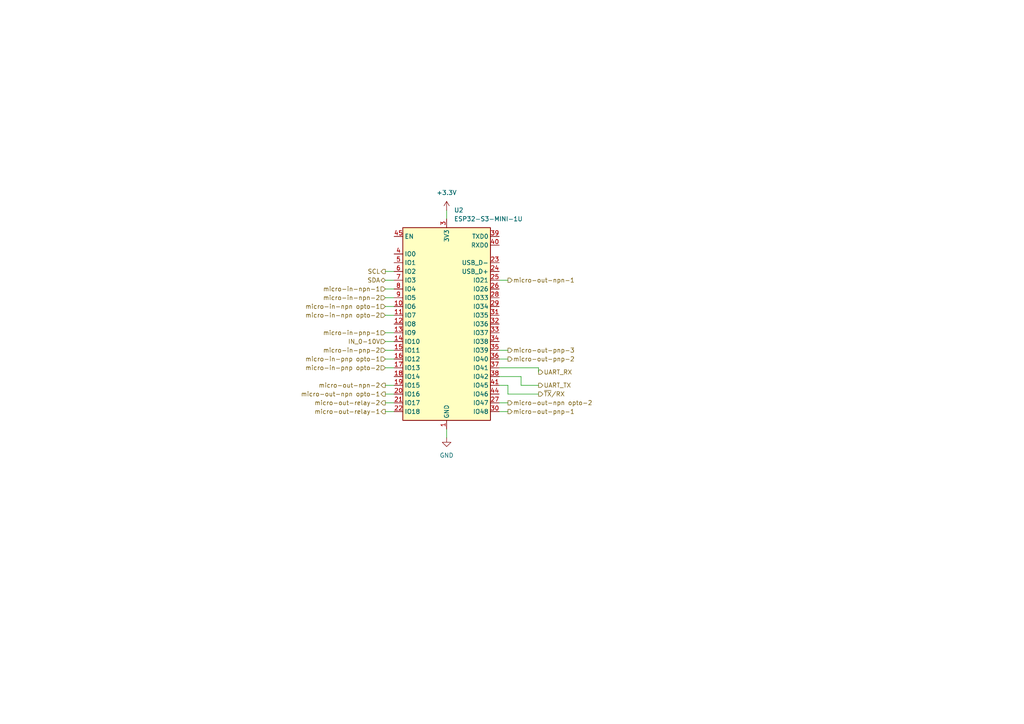
<source format=kicad_sch>
(kicad_sch
	(version 20250114)
	(generator "eeschema")
	(generator_version "9.0")
	(uuid "53eea8a8-a8f2-4e24-90b1-081730e2f4ef")
	(paper "A4")
	(lib_symbols
		(symbol "RF_Module:ESP32-S3-MINI-1U"
			(exclude_from_sim no)
			(in_bom yes)
			(on_board yes)
			(property "Reference" "U"
				(at -11.43 29.21 0)
				(effects
					(font
						(size 1.27 1.27)
					)
				)
			)
			(property "Value" "ESP32-S3-MINI-1U"
				(at 12.7 29.21 0)
				(effects
					(font
						(size 1.27 1.27)
					)
				)
			)
			(property "Footprint" "RF_Module:ESP32-S2-MINI-1U"
				(at 16.51 -29.21 0)
				(effects
					(font
						(size 1.27 1.27)
					)
					(hide yes)
				)
			)
			(property "Datasheet" "https://www.espressif.com/sites/default/files/documentation/esp32-s3-mini-1_mini-1u_datasheet_en.pdf"
				(at 0 40.64 0)
				(effects
					(font
						(size 1.27 1.27)
					)
					(hide yes)
				)
			)
			(property "Description" "RF Module, ESP32-S3 SoC, Wi-Fi 802.11b/g/n, Bluetooth, BLE, 32-bit, 3.3V, SMD, external antenna"
				(at 0 43.18 0)
				(effects
					(font
						(size 1.27 1.27)
					)
					(hide yes)
				)
			)
			(property "ki_keywords" "RF Radio BT ESP ESP32-S3 Espressif"
				(at 0 0 0)
				(effects
					(font
						(size 1.27 1.27)
					)
					(hide yes)
				)
			)
			(property "ki_fp_filters" "ESP32?S*MINI?1U"
				(at 0 0 0)
				(effects
					(font
						(size 1.27 1.27)
					)
					(hide yes)
				)
			)
			(symbol "ESP32-S3-MINI-1U_0_1"
				(rectangle
					(start -12.7 27.94)
					(end 12.7 -27.94)
					(stroke
						(width 0.254)
						(type default)
					)
					(fill
						(type background)
					)
				)
			)
			(symbol "ESP32-S3-MINI-1U_1_1"
				(pin input line
					(at -15.24 25.4 0)
					(length 2.54)
					(name "EN"
						(effects
							(font
								(size 1.27 1.27)
							)
						)
					)
					(number "45"
						(effects
							(font
								(size 1.27 1.27)
							)
						)
					)
				)
				(pin bidirectional line
					(at -15.24 20.32 0)
					(length 2.54)
					(name "IO0"
						(effects
							(font
								(size 1.27 1.27)
							)
						)
					)
					(number "4"
						(effects
							(font
								(size 1.27 1.27)
							)
						)
					)
				)
				(pin bidirectional line
					(at -15.24 17.78 0)
					(length 2.54)
					(name "IO1"
						(effects
							(font
								(size 1.27 1.27)
							)
						)
					)
					(number "5"
						(effects
							(font
								(size 1.27 1.27)
							)
						)
					)
				)
				(pin bidirectional line
					(at -15.24 15.24 0)
					(length 2.54)
					(name "IO2"
						(effects
							(font
								(size 1.27 1.27)
							)
						)
					)
					(number "6"
						(effects
							(font
								(size 1.27 1.27)
							)
						)
					)
				)
				(pin bidirectional line
					(at -15.24 12.7 0)
					(length 2.54)
					(name "IO3"
						(effects
							(font
								(size 1.27 1.27)
							)
						)
					)
					(number "7"
						(effects
							(font
								(size 1.27 1.27)
							)
						)
					)
				)
				(pin bidirectional line
					(at -15.24 10.16 0)
					(length 2.54)
					(name "IO4"
						(effects
							(font
								(size 1.27 1.27)
							)
						)
					)
					(number "8"
						(effects
							(font
								(size 1.27 1.27)
							)
						)
					)
				)
				(pin bidirectional line
					(at -15.24 7.62 0)
					(length 2.54)
					(name "IO5"
						(effects
							(font
								(size 1.27 1.27)
							)
						)
					)
					(number "9"
						(effects
							(font
								(size 1.27 1.27)
							)
						)
					)
				)
				(pin bidirectional line
					(at -15.24 5.08 0)
					(length 2.54)
					(name "IO6"
						(effects
							(font
								(size 1.27 1.27)
							)
						)
					)
					(number "10"
						(effects
							(font
								(size 1.27 1.27)
							)
						)
					)
				)
				(pin bidirectional line
					(at -15.24 2.54 0)
					(length 2.54)
					(name "IO7"
						(effects
							(font
								(size 1.27 1.27)
							)
						)
					)
					(number "11"
						(effects
							(font
								(size 1.27 1.27)
							)
						)
					)
				)
				(pin bidirectional line
					(at -15.24 0 0)
					(length 2.54)
					(name "IO8"
						(effects
							(font
								(size 1.27 1.27)
							)
						)
					)
					(number "12"
						(effects
							(font
								(size 1.27 1.27)
							)
						)
					)
				)
				(pin bidirectional line
					(at -15.24 -2.54 0)
					(length 2.54)
					(name "IO9"
						(effects
							(font
								(size 1.27 1.27)
							)
						)
					)
					(number "13"
						(effects
							(font
								(size 1.27 1.27)
							)
						)
					)
				)
				(pin bidirectional line
					(at -15.24 -5.08 0)
					(length 2.54)
					(name "IO10"
						(effects
							(font
								(size 1.27 1.27)
							)
						)
					)
					(number "14"
						(effects
							(font
								(size 1.27 1.27)
							)
						)
					)
				)
				(pin bidirectional line
					(at -15.24 -7.62 0)
					(length 2.54)
					(name "IO11"
						(effects
							(font
								(size 1.27 1.27)
							)
						)
					)
					(number "15"
						(effects
							(font
								(size 1.27 1.27)
							)
						)
					)
				)
				(pin bidirectional line
					(at -15.24 -10.16 0)
					(length 2.54)
					(name "IO12"
						(effects
							(font
								(size 1.27 1.27)
							)
						)
					)
					(number "16"
						(effects
							(font
								(size 1.27 1.27)
							)
						)
					)
				)
				(pin bidirectional line
					(at -15.24 -12.7 0)
					(length 2.54)
					(name "IO13"
						(effects
							(font
								(size 1.27 1.27)
							)
						)
					)
					(number "17"
						(effects
							(font
								(size 1.27 1.27)
							)
						)
					)
				)
				(pin bidirectional line
					(at -15.24 -15.24 0)
					(length 2.54)
					(name "IO14"
						(effects
							(font
								(size 1.27 1.27)
							)
						)
					)
					(number "18"
						(effects
							(font
								(size 1.27 1.27)
							)
						)
					)
				)
				(pin bidirectional line
					(at -15.24 -17.78 0)
					(length 2.54)
					(name "IO15"
						(effects
							(font
								(size 1.27 1.27)
							)
						)
					)
					(number "19"
						(effects
							(font
								(size 1.27 1.27)
							)
						)
					)
				)
				(pin bidirectional line
					(at -15.24 -20.32 0)
					(length 2.54)
					(name "IO16"
						(effects
							(font
								(size 1.27 1.27)
							)
						)
					)
					(number "20"
						(effects
							(font
								(size 1.27 1.27)
							)
						)
					)
				)
				(pin bidirectional line
					(at -15.24 -22.86 0)
					(length 2.54)
					(name "IO17"
						(effects
							(font
								(size 1.27 1.27)
							)
						)
					)
					(number "21"
						(effects
							(font
								(size 1.27 1.27)
							)
						)
					)
				)
				(pin bidirectional line
					(at -15.24 -25.4 0)
					(length 2.54)
					(name "IO18"
						(effects
							(font
								(size 1.27 1.27)
							)
						)
					)
					(number "22"
						(effects
							(font
								(size 1.27 1.27)
							)
						)
					)
				)
				(pin power_in line
					(at 0 30.48 270)
					(length 2.54)
					(name "3V3"
						(effects
							(font
								(size 1.27 1.27)
							)
						)
					)
					(number "3"
						(effects
							(font
								(size 1.27 1.27)
							)
						)
					)
				)
				(pin power_in line
					(at 0 -30.48 90)
					(length 2.54)
					(name "GND"
						(effects
							(font
								(size 1.27 1.27)
							)
						)
					)
					(number "1"
						(effects
							(font
								(size 1.27 1.27)
							)
						)
					)
				)
				(pin passive line
					(at 0 -30.48 90)
					(length 2.54)
					(hide yes)
					(name "GND"
						(effects
							(font
								(size 1.27 1.27)
							)
						)
					)
					(number "2"
						(effects
							(font
								(size 1.27 1.27)
							)
						)
					)
				)
				(pin passive line
					(at 0 -30.48 90)
					(length 2.54)
					(hide yes)
					(name "GND"
						(effects
							(font
								(size 1.27 1.27)
							)
						)
					)
					(number "42"
						(effects
							(font
								(size 1.27 1.27)
							)
						)
					)
				)
				(pin passive line
					(at 0 -30.48 90)
					(length 2.54)
					(hide yes)
					(name "GND"
						(effects
							(font
								(size 1.27 1.27)
							)
						)
					)
					(number "43"
						(effects
							(font
								(size 1.27 1.27)
							)
						)
					)
				)
				(pin passive line
					(at 0 -30.48 90)
					(length 2.54)
					(hide yes)
					(name "GND"
						(effects
							(font
								(size 1.27 1.27)
							)
						)
					)
					(number "46"
						(effects
							(font
								(size 1.27 1.27)
							)
						)
					)
				)
				(pin passive line
					(at 0 -30.48 90)
					(length 2.54)
					(hide yes)
					(name "GND"
						(effects
							(font
								(size 1.27 1.27)
							)
						)
					)
					(number "47"
						(effects
							(font
								(size 1.27 1.27)
							)
						)
					)
				)
				(pin passive line
					(at 0 -30.48 90)
					(length 2.54)
					(hide yes)
					(name "GND"
						(effects
							(font
								(size 1.27 1.27)
							)
						)
					)
					(number "48"
						(effects
							(font
								(size 1.27 1.27)
							)
						)
					)
				)
				(pin passive line
					(at 0 -30.48 90)
					(length 2.54)
					(hide yes)
					(name "GND"
						(effects
							(font
								(size 1.27 1.27)
							)
						)
					)
					(number "49"
						(effects
							(font
								(size 1.27 1.27)
							)
						)
					)
				)
				(pin passive line
					(at 0 -30.48 90)
					(length 2.54)
					(hide yes)
					(name "GND"
						(effects
							(font
								(size 1.27 1.27)
							)
						)
					)
					(number "50"
						(effects
							(font
								(size 1.27 1.27)
							)
						)
					)
				)
				(pin passive line
					(at 0 -30.48 90)
					(length 2.54)
					(hide yes)
					(name "GND"
						(effects
							(font
								(size 1.27 1.27)
							)
						)
					)
					(number "51"
						(effects
							(font
								(size 1.27 1.27)
							)
						)
					)
				)
				(pin passive line
					(at 0 -30.48 90)
					(length 2.54)
					(hide yes)
					(name "GND"
						(effects
							(font
								(size 1.27 1.27)
							)
						)
					)
					(number "52"
						(effects
							(font
								(size 1.27 1.27)
							)
						)
					)
				)
				(pin passive line
					(at 0 -30.48 90)
					(length 2.54)
					(hide yes)
					(name "GND"
						(effects
							(font
								(size 1.27 1.27)
							)
						)
					)
					(number "53"
						(effects
							(font
								(size 1.27 1.27)
							)
						)
					)
				)
				(pin passive line
					(at 0 -30.48 90)
					(length 2.54)
					(hide yes)
					(name "GND"
						(effects
							(font
								(size 1.27 1.27)
							)
						)
					)
					(number "54"
						(effects
							(font
								(size 1.27 1.27)
							)
						)
					)
				)
				(pin passive line
					(at 0 -30.48 90)
					(length 2.54)
					(hide yes)
					(name "GND"
						(effects
							(font
								(size 1.27 1.27)
							)
						)
					)
					(number "55"
						(effects
							(font
								(size 1.27 1.27)
							)
						)
					)
				)
				(pin passive line
					(at 0 -30.48 90)
					(length 2.54)
					(hide yes)
					(name "GND"
						(effects
							(font
								(size 1.27 1.27)
							)
						)
					)
					(number "56"
						(effects
							(font
								(size 1.27 1.27)
							)
						)
					)
				)
				(pin passive line
					(at 0 -30.48 90)
					(length 2.54)
					(hide yes)
					(name "GND"
						(effects
							(font
								(size 1.27 1.27)
							)
						)
					)
					(number "57"
						(effects
							(font
								(size 1.27 1.27)
							)
						)
					)
				)
				(pin passive line
					(at 0 -30.48 90)
					(length 2.54)
					(hide yes)
					(name "GND"
						(effects
							(font
								(size 1.27 1.27)
							)
						)
					)
					(number "58"
						(effects
							(font
								(size 1.27 1.27)
							)
						)
					)
				)
				(pin passive line
					(at 0 -30.48 90)
					(length 2.54)
					(hide yes)
					(name "GND"
						(effects
							(font
								(size 1.27 1.27)
							)
						)
					)
					(number "59"
						(effects
							(font
								(size 1.27 1.27)
							)
						)
					)
				)
				(pin passive line
					(at 0 -30.48 90)
					(length 2.54)
					(hide yes)
					(name "GND"
						(effects
							(font
								(size 1.27 1.27)
							)
						)
					)
					(number "60"
						(effects
							(font
								(size 1.27 1.27)
							)
						)
					)
				)
				(pin passive line
					(at 0 -30.48 90)
					(length 2.54)
					(hide yes)
					(name "GND"
						(effects
							(font
								(size 1.27 1.27)
							)
						)
					)
					(number "61"
						(effects
							(font
								(size 1.27 1.27)
							)
						)
					)
				)
				(pin passive line
					(at 0 -30.48 90)
					(length 2.54)
					(hide yes)
					(name "GND"
						(effects
							(font
								(size 1.27 1.27)
							)
						)
					)
					(number "62"
						(effects
							(font
								(size 1.27 1.27)
							)
						)
					)
				)
				(pin passive line
					(at 0 -30.48 90)
					(length 2.54)
					(hide yes)
					(name "GND"
						(effects
							(font
								(size 1.27 1.27)
							)
						)
					)
					(number "63"
						(effects
							(font
								(size 1.27 1.27)
							)
						)
					)
				)
				(pin passive line
					(at 0 -30.48 90)
					(length 2.54)
					(hide yes)
					(name "GND"
						(effects
							(font
								(size 1.27 1.27)
							)
						)
					)
					(number "64"
						(effects
							(font
								(size 1.27 1.27)
							)
						)
					)
				)
				(pin passive line
					(at 0 -30.48 90)
					(length 2.54)
					(hide yes)
					(name "GND"
						(effects
							(font
								(size 1.27 1.27)
							)
						)
					)
					(number "65"
						(effects
							(font
								(size 1.27 1.27)
							)
						)
					)
				)
				(pin bidirectional line
					(at 15.24 25.4 180)
					(length 2.54)
					(name "TXD0"
						(effects
							(font
								(size 1.27 1.27)
							)
						)
					)
					(number "39"
						(effects
							(font
								(size 1.27 1.27)
							)
						)
					)
				)
				(pin bidirectional line
					(at 15.24 22.86 180)
					(length 2.54)
					(name "RXD0"
						(effects
							(font
								(size 1.27 1.27)
							)
						)
					)
					(number "40"
						(effects
							(font
								(size 1.27 1.27)
							)
						)
					)
				)
				(pin bidirectional line
					(at 15.24 17.78 180)
					(length 2.54)
					(name "USB_D-"
						(effects
							(font
								(size 1.27 1.27)
							)
						)
					)
					(number "23"
						(effects
							(font
								(size 1.27 1.27)
							)
						)
					)
					(alternate "IO19" bidirectional line)
				)
				(pin bidirectional line
					(at 15.24 15.24 180)
					(length 2.54)
					(name "USB_D+"
						(effects
							(font
								(size 1.27 1.27)
							)
						)
					)
					(number "24"
						(effects
							(font
								(size 1.27 1.27)
							)
						)
					)
					(alternate "IO20" bidirectional line)
				)
				(pin bidirectional line
					(at 15.24 12.7 180)
					(length 2.54)
					(name "IO21"
						(effects
							(font
								(size 1.27 1.27)
							)
						)
					)
					(number "25"
						(effects
							(font
								(size 1.27 1.27)
							)
						)
					)
				)
				(pin bidirectional line
					(at 15.24 10.16 180)
					(length 2.54)
					(name "IO26"
						(effects
							(font
								(size 1.27 1.27)
							)
						)
					)
					(number "26"
						(effects
							(font
								(size 1.27 1.27)
							)
						)
					)
				)
				(pin bidirectional line
					(at 15.24 7.62 180)
					(length 2.54)
					(name "IO33"
						(effects
							(font
								(size 1.27 1.27)
							)
						)
					)
					(number "28"
						(effects
							(font
								(size 1.27 1.27)
							)
						)
					)
				)
				(pin bidirectional line
					(at 15.24 5.08 180)
					(length 2.54)
					(name "IO34"
						(effects
							(font
								(size 1.27 1.27)
							)
						)
					)
					(number "29"
						(effects
							(font
								(size 1.27 1.27)
							)
						)
					)
				)
				(pin bidirectional line
					(at 15.24 2.54 180)
					(length 2.54)
					(name "IO35"
						(effects
							(font
								(size 1.27 1.27)
							)
						)
					)
					(number "31"
						(effects
							(font
								(size 1.27 1.27)
							)
						)
					)
				)
				(pin bidirectional line
					(at 15.24 0 180)
					(length 2.54)
					(name "IO36"
						(effects
							(font
								(size 1.27 1.27)
							)
						)
					)
					(number "32"
						(effects
							(font
								(size 1.27 1.27)
							)
						)
					)
				)
				(pin bidirectional line
					(at 15.24 -2.54 180)
					(length 2.54)
					(name "IO37"
						(effects
							(font
								(size 1.27 1.27)
							)
						)
					)
					(number "33"
						(effects
							(font
								(size 1.27 1.27)
							)
						)
					)
				)
				(pin bidirectional line
					(at 15.24 -5.08 180)
					(length 2.54)
					(name "IO38"
						(effects
							(font
								(size 1.27 1.27)
							)
						)
					)
					(number "34"
						(effects
							(font
								(size 1.27 1.27)
							)
						)
					)
				)
				(pin bidirectional line
					(at 15.24 -7.62 180)
					(length 2.54)
					(name "IO39"
						(effects
							(font
								(size 1.27 1.27)
							)
						)
					)
					(number "35"
						(effects
							(font
								(size 1.27 1.27)
							)
						)
					)
				)
				(pin bidirectional line
					(at 15.24 -10.16 180)
					(length 2.54)
					(name "IO40"
						(effects
							(font
								(size 1.27 1.27)
							)
						)
					)
					(number "36"
						(effects
							(font
								(size 1.27 1.27)
							)
						)
					)
				)
				(pin bidirectional line
					(at 15.24 -12.7 180)
					(length 2.54)
					(name "IO41"
						(effects
							(font
								(size 1.27 1.27)
							)
						)
					)
					(number "37"
						(effects
							(font
								(size 1.27 1.27)
							)
						)
					)
				)
				(pin bidirectional line
					(at 15.24 -15.24 180)
					(length 2.54)
					(name "IO42"
						(effects
							(font
								(size 1.27 1.27)
							)
						)
					)
					(number "38"
						(effects
							(font
								(size 1.27 1.27)
							)
						)
					)
				)
				(pin bidirectional line
					(at 15.24 -17.78 180)
					(length 2.54)
					(name "IO45"
						(effects
							(font
								(size 1.27 1.27)
							)
						)
					)
					(number "41"
						(effects
							(font
								(size 1.27 1.27)
							)
						)
					)
				)
				(pin bidirectional line
					(at 15.24 -20.32 180)
					(length 2.54)
					(name "IO46"
						(effects
							(font
								(size 1.27 1.27)
							)
						)
					)
					(number "44"
						(effects
							(font
								(size 1.27 1.27)
							)
						)
					)
				)
				(pin bidirectional line
					(at 15.24 -22.86 180)
					(length 2.54)
					(name "IO47"
						(effects
							(font
								(size 1.27 1.27)
							)
						)
					)
					(number "27"
						(effects
							(font
								(size 1.27 1.27)
							)
						)
					)
				)
				(pin bidirectional line
					(at 15.24 -25.4 180)
					(length 2.54)
					(name "IO48"
						(effects
							(font
								(size 1.27 1.27)
							)
						)
					)
					(number "30"
						(effects
							(font
								(size 1.27 1.27)
							)
						)
					)
				)
			)
			(embedded_fonts no)
		)
		(symbol "power:+3.3V"
			(power)
			(pin_numbers
				(hide yes)
			)
			(pin_names
				(offset 0)
				(hide yes)
			)
			(exclude_from_sim no)
			(in_bom yes)
			(on_board yes)
			(property "Reference" "#PWR"
				(at 0 -3.81 0)
				(effects
					(font
						(size 1.27 1.27)
					)
					(hide yes)
				)
			)
			(property "Value" "+3.3V"
				(at 0 3.556 0)
				(effects
					(font
						(size 1.27 1.27)
					)
				)
			)
			(property "Footprint" ""
				(at 0 0 0)
				(effects
					(font
						(size 1.27 1.27)
					)
					(hide yes)
				)
			)
			(property "Datasheet" ""
				(at 0 0 0)
				(effects
					(font
						(size 1.27 1.27)
					)
					(hide yes)
				)
			)
			(property "Description" "Power symbol creates a global label with name \"+3.3V\""
				(at 0 0 0)
				(effects
					(font
						(size 1.27 1.27)
					)
					(hide yes)
				)
			)
			(property "ki_keywords" "global power"
				(at 0 0 0)
				(effects
					(font
						(size 1.27 1.27)
					)
					(hide yes)
				)
			)
			(symbol "+3.3V_0_1"
				(polyline
					(pts
						(xy -0.762 1.27) (xy 0 2.54)
					)
					(stroke
						(width 0)
						(type default)
					)
					(fill
						(type none)
					)
				)
				(polyline
					(pts
						(xy 0 2.54) (xy 0.762 1.27)
					)
					(stroke
						(width 0)
						(type default)
					)
					(fill
						(type none)
					)
				)
				(polyline
					(pts
						(xy 0 0) (xy 0 2.54)
					)
					(stroke
						(width 0)
						(type default)
					)
					(fill
						(type none)
					)
				)
			)
			(symbol "+3.3V_1_1"
				(pin power_in line
					(at 0 0 90)
					(length 0)
					(name "~"
						(effects
							(font
								(size 1.27 1.27)
							)
						)
					)
					(number "1"
						(effects
							(font
								(size 1.27 1.27)
							)
						)
					)
				)
			)
			(embedded_fonts no)
		)
		(symbol "power:GND"
			(power)
			(pin_numbers
				(hide yes)
			)
			(pin_names
				(offset 0)
				(hide yes)
			)
			(exclude_from_sim no)
			(in_bom yes)
			(on_board yes)
			(property "Reference" "#PWR"
				(at 0 -6.35 0)
				(effects
					(font
						(size 1.27 1.27)
					)
					(hide yes)
				)
			)
			(property "Value" "GND"
				(at 0 -3.81 0)
				(effects
					(font
						(size 1.27 1.27)
					)
				)
			)
			(property "Footprint" ""
				(at 0 0 0)
				(effects
					(font
						(size 1.27 1.27)
					)
					(hide yes)
				)
			)
			(property "Datasheet" ""
				(at 0 0 0)
				(effects
					(font
						(size 1.27 1.27)
					)
					(hide yes)
				)
			)
			(property "Description" "Power symbol creates a global label with name \"GND\" , ground"
				(at 0 0 0)
				(effects
					(font
						(size 1.27 1.27)
					)
					(hide yes)
				)
			)
			(property "ki_keywords" "global power"
				(at 0 0 0)
				(effects
					(font
						(size 1.27 1.27)
					)
					(hide yes)
				)
			)
			(symbol "GND_0_1"
				(polyline
					(pts
						(xy 0 0) (xy 0 -1.27) (xy 1.27 -1.27) (xy 0 -2.54) (xy -1.27 -1.27) (xy 0 -1.27)
					)
					(stroke
						(width 0)
						(type default)
					)
					(fill
						(type none)
					)
				)
			)
			(symbol "GND_1_1"
				(pin power_in line
					(at 0 0 270)
					(length 0)
					(name "~"
						(effects
							(font
								(size 1.27 1.27)
							)
						)
					)
					(number "1"
						(effects
							(font
								(size 1.27 1.27)
							)
						)
					)
				)
			)
			(embedded_fonts no)
		)
	)
	(wire
		(pts
			(xy 111.76 99.06) (xy 114.3 99.06)
		)
		(stroke
			(width 0)
			(type default)
		)
		(uuid "039989a7-31c0-4e3e-aab4-a88c2bb25511")
	)
	(wire
		(pts
			(xy 111.76 88.9) (xy 114.3 88.9)
		)
		(stroke
			(width 0)
			(type default)
		)
		(uuid "0616e803-01bb-4e51-841b-ff8fa8ebfc98")
	)
	(wire
		(pts
			(xy 111.76 119.38) (xy 114.3 119.38)
		)
		(stroke
			(width 0)
			(type default)
		)
		(uuid "08e5b7b7-7a38-426a-b641-b7e396e3f74a")
	)
	(wire
		(pts
			(xy 144.78 119.38) (xy 147.32 119.38)
		)
		(stroke
			(width 0)
			(type default)
		)
		(uuid "12ab22b6-7814-4ab0-b612-6dc2a0090a21")
	)
	(wire
		(pts
			(xy 129.54 60.96) (xy 129.54 63.5)
		)
		(stroke
			(width 0)
			(type default)
		)
		(uuid "160ef8d6-9d65-43e5-944a-6c1484778eeb")
	)
	(wire
		(pts
			(xy 111.76 104.14) (xy 114.3 104.14)
		)
		(stroke
			(width 0)
			(type default)
		)
		(uuid "190d868a-3a3b-40e6-bfae-4e623ace4726")
	)
	(wire
		(pts
			(xy 144.78 116.84) (xy 147.32 116.84)
		)
		(stroke
			(width 0)
			(type default)
		)
		(uuid "30e6f3cf-99dd-4be9-b31a-81be7d077228")
	)
	(wire
		(pts
			(xy 156.21 114.3) (xy 147.32 114.3)
		)
		(stroke
			(width 0)
			(type default)
		)
		(uuid "32f26e79-1cb7-4620-9697-6002ab066fae")
	)
	(wire
		(pts
			(xy 156.21 111.76) (xy 151.13 111.76)
		)
		(stroke
			(width 0)
			(type default)
		)
		(uuid "3798cfc3-eb0c-4296-8741-82870cf55a12")
	)
	(wire
		(pts
			(xy 111.76 83.82) (xy 114.3 83.82)
		)
		(stroke
			(width 0)
			(type default)
		)
		(uuid "43b93737-e050-4c0b-a143-8ab704d48b78")
	)
	(wire
		(pts
			(xy 111.76 91.44) (xy 114.3 91.44)
		)
		(stroke
			(width 0)
			(type default)
		)
		(uuid "4c115b4b-7a8c-486b-be5d-05ee0510038b")
	)
	(wire
		(pts
			(xy 111.76 106.68) (xy 114.3 106.68)
		)
		(stroke
			(width 0)
			(type default)
		)
		(uuid "5db885ad-70e3-4e06-a933-a7c60b856a47")
	)
	(wire
		(pts
			(xy 111.76 78.74) (xy 114.3 78.74)
		)
		(stroke
			(width 0)
			(type default)
		)
		(uuid "7046178b-ea2e-4b7f-bf6d-6654603b7a95")
	)
	(wire
		(pts
			(xy 144.78 106.68) (xy 156.21 106.68)
		)
		(stroke
			(width 0)
			(type default)
		)
		(uuid "7e0fa2b9-cfca-4a24-be78-ccac24c39263")
	)
	(wire
		(pts
			(xy 147.32 111.76) (xy 144.78 111.76)
		)
		(stroke
			(width 0)
			(type default)
		)
		(uuid "898f289a-1887-49aa-bd20-4d262216742d")
	)
	(wire
		(pts
			(xy 147.32 114.3) (xy 147.32 111.76)
		)
		(stroke
			(width 0)
			(type default)
		)
		(uuid "8f406838-91c5-4e8c-a631-2a595aa2a510")
	)
	(wire
		(pts
			(xy 111.76 114.3) (xy 114.3 114.3)
		)
		(stroke
			(width 0)
			(type default)
		)
		(uuid "91dfba8f-4c6d-4758-a548-209eb3decf1d")
	)
	(wire
		(pts
			(xy 156.21 106.68) (xy 156.21 107.95)
		)
		(stroke
			(width 0)
			(type default)
		)
		(uuid "92cd2c55-770a-4fda-bf6d-c8e074f12a53")
	)
	(wire
		(pts
			(xy 111.76 101.6) (xy 114.3 101.6)
		)
		(stroke
			(width 0)
			(type default)
		)
		(uuid "974afb88-97d9-4cf9-b21d-364c15eaae2c")
	)
	(wire
		(pts
			(xy 111.76 96.52) (xy 114.3 96.52)
		)
		(stroke
			(width 0)
			(type default)
		)
		(uuid "9776f367-0871-4d3c-98c5-19167b0acffa")
	)
	(wire
		(pts
			(xy 151.13 109.22) (xy 144.78 109.22)
		)
		(stroke
			(width 0)
			(type default)
		)
		(uuid "a46ec99c-e00f-445a-a76a-df5ed603cc5b")
	)
	(wire
		(pts
			(xy 111.76 116.84) (xy 114.3 116.84)
		)
		(stroke
			(width 0)
			(type default)
		)
		(uuid "a7930214-a7fe-428f-9bdf-28ae09c64083")
	)
	(wire
		(pts
			(xy 151.13 111.76) (xy 151.13 109.22)
		)
		(stroke
			(width 0)
			(type default)
		)
		(uuid "ad020570-4d3a-49b0-b683-3bdac3f87a06")
	)
	(wire
		(pts
			(xy 144.78 81.28) (xy 147.32 81.28)
		)
		(stroke
			(width 0)
			(type default)
		)
		(uuid "b30356c7-5376-433b-8c8f-ad4422f67857")
	)
	(wire
		(pts
			(xy 129.54 124.46) (xy 129.54 127)
		)
		(stroke
			(width 0)
			(type default)
		)
		(uuid "b5066c92-8819-476e-8d32-4fc072634cec")
	)
	(wire
		(pts
			(xy 111.76 81.28) (xy 114.3 81.28)
		)
		(stroke
			(width 0)
			(type default)
		)
		(uuid "cc710279-7f8d-46e4-928e-8bd03a68f6b4")
	)
	(wire
		(pts
			(xy 144.78 104.14) (xy 147.32 104.14)
		)
		(stroke
			(width 0)
			(type default)
		)
		(uuid "ce2f5915-03cc-4e5b-b444-0aa91064f004")
	)
	(wire
		(pts
			(xy 111.76 111.76) (xy 114.3 111.76)
		)
		(stroke
			(width 0)
			(type default)
		)
		(uuid "d236c3e5-e60d-433b-ad61-fa1e4608889e")
	)
	(wire
		(pts
			(xy 144.78 101.6) (xy 147.32 101.6)
		)
		(stroke
			(width 0)
			(type default)
		)
		(uuid "f0654a90-5c38-4e47-bbd2-822ac80fb3c4")
	)
	(wire
		(pts
			(xy 111.76 86.36) (xy 114.3 86.36)
		)
		(stroke
			(width 0)
			(type default)
		)
		(uuid "f5d2fa2f-b660-4375-afd8-cae24aca53d9")
	)
	(hierarchical_label "micro-in-pnp opto-2"
		(shape input)
		(at 111.76 106.68 180)
		(effects
			(font
				(size 1.27 1.27)
			)
			(justify right)
		)
		(uuid "027d14ca-8e92-4895-955d-38b60dc0d74d")
	)
	(hierarchical_label "IN_0-10V"
		(shape input)
		(at 111.76 99.06 180)
		(effects
			(font
				(size 1.27 1.27)
			)
			(justify right)
		)
		(uuid "039f61c9-8694-4c04-9732-9e8609af5445")
	)
	(hierarchical_label "SCL"
		(shape output)
		(at 111.76 78.74 180)
		(effects
			(font
				(size 1.27 1.27)
			)
			(justify right)
		)
		(uuid "0435a564-3a82-4d8f-b7ee-066909dda6f3")
	)
	(hierarchical_label "micro-in-pnp-2"
		(shape input)
		(at 111.76 101.6 180)
		(effects
			(font
				(size 1.27 1.27)
			)
			(justify right)
		)
		(uuid "0bdb100d-0471-4941-96f1-c04aea6aaec3")
	)
	(hierarchical_label "UART_TX"
		(shape output)
		(at 156.21 111.76 0)
		(effects
			(font
				(size 1.27 1.27)
			)
			(justify left)
		)
		(uuid "29401b3d-c230-428f-9e9e-c9b55f1b1e4f")
	)
	(hierarchical_label "micro-out-npn opto-2"
		(shape output)
		(at 147.32 116.84 0)
		(effects
			(font
				(size 1.27 1.27)
			)
			(justify left)
		)
		(uuid "2f2db001-39b6-422d-b53e-2c14585ac9ea")
	)
	(hierarchical_label "micro-out-npn-1"
		(shape output)
		(at 147.32 81.28 0)
		(effects
			(font
				(size 1.27 1.27)
			)
			(justify left)
		)
		(uuid "3690e6f9-6436-49ab-bfe1-4813b2aa088b")
	)
	(hierarchical_label "micro-in-npn opto-1"
		(shape input)
		(at 111.76 88.9 180)
		(effects
			(font
				(size 1.27 1.27)
			)
			(justify right)
		)
		(uuid "6e676b5a-d20d-4828-b4a0-df8c5a9fcbe5")
	)
	(hierarchical_label "UART_RX"
		(shape output)
		(at 156.21 107.95 0)
		(effects
			(font
				(size 1.27 1.27)
			)
			(justify left)
		)
		(uuid "8111f65a-4c3c-482d-ba59-85b3b5a192ac")
	)
	(hierarchical_label "micro-out-pnp-2"
		(shape output)
		(at 147.32 104.14 0)
		(effects
			(font
				(size 1.27 1.27)
			)
			(justify left)
		)
		(uuid "8ae951ae-b3cc-4a79-a1df-2069c62c6c63")
	)
	(hierarchical_label "micro-in-npn opto-2"
		(shape input)
		(at 111.76 91.44 180)
		(effects
			(font
				(size 1.27 1.27)
			)
			(justify right)
		)
		(uuid "9a3cbf34-e132-48e7-ace2-3f42de5830d6")
	)
	(hierarchical_label "micro-in-npn-1"
		(shape input)
		(at 111.76 83.82 180)
		(effects
			(font
				(size 1.27 1.27)
			)
			(justify right)
		)
		(uuid "a2fcd56e-dabf-4619-8cc6-7808a13c5738")
	)
	(hierarchical_label "micro-out-npn opto-1"
		(shape output)
		(at 111.76 114.3 180)
		(effects
			(font
				(size 1.27 1.27)
			)
			(justify right)
		)
		(uuid "a735f74a-17eb-4b23-a249-65b1c924aa15")
	)
	(hierarchical_label "micro-out-npn-2"
		(shape output)
		(at 111.76 111.76 180)
		(effects
			(font
				(size 1.27 1.27)
			)
			(justify right)
		)
		(uuid "ae144cc8-a5da-4f95-b8e5-44ae6c95b4d1")
	)
	(hierarchical_label "micro-in-pnp opto-1"
		(shape input)
		(at 111.76 104.14 180)
		(effects
			(font
				(size 1.27 1.27)
			)
			(justify right)
		)
		(uuid "c2565efa-daeb-4dac-8774-8504ed66242b")
	)
	(hierarchical_label "micro-out-pnp-3"
		(shape output)
		(at 147.32 101.6 0)
		(effects
			(font
				(size 1.27 1.27)
			)
			(justify left)
		)
		(uuid "c342f119-e6b1-45a2-abdf-a75238178e6f")
	)
	(hierarchical_label "micro-out-pnp-1"
		(shape output)
		(at 147.32 119.38 0)
		(effects
			(font
				(size 1.27 1.27)
			)
			(justify left)
		)
		(uuid "d63c2165-0f45-43d1-984f-9666d6d8ec6d")
	)
	(hierarchical_label "SDA"
		(shape bidirectional)
		(at 111.76 81.28 180)
		(effects
			(font
				(size 1.27 1.27)
			)
			(justify right)
		)
		(uuid "dd2a8a65-0608-44dc-bf93-3550e1c41d30")
	)
	(hierarchical_label "micro-out-relay-1"
		(shape output)
		(at 111.76 119.38 180)
		(effects
			(font
				(size 1.27 1.27)
			)
			(justify right)
		)
		(uuid "e51929a8-0c15-48a5-ba18-ce00ec17a8ca")
	)
	(hierarchical_label "micro-in-pnp-1"
		(shape input)
		(at 111.76 96.52 180)
		(effects
			(font
				(size 1.27 1.27)
			)
			(justify right)
		)
		(uuid "e5ad8fe8-93c6-4969-9c5c-d3ae83a60272")
	)
	(hierarchical_label "micro-out-relay-2"
		(shape output)
		(at 111.76 116.84 180)
		(effects
			(font
				(size 1.27 1.27)
			)
			(justify right)
		)
		(uuid "e8ce66bb-8bd6-41e3-8b0e-67f295f5facb")
	)
	(hierarchical_label "micro-in-npn-2"
		(shape input)
		(at 111.76 86.36 180)
		(effects
			(font
				(size 1.27 1.27)
			)
			(justify right)
		)
		(uuid "f57d8928-520a-4313-9122-4a46b1141a75")
	)
	(hierarchical_label "~{TX}{slash}RX"
		(shape output)
		(at 156.21 114.3 0)
		(effects
			(font
				(size 1.27 1.27)
			)
			(justify left)
		)
		(uuid "f6eb5417-5dbb-4721-a726-3d0703741bd8")
	)
	(symbol
		(lib_id "power:+3.3V")
		(at 129.54 60.96 0)
		(unit 1)
		(exclude_from_sim no)
		(in_bom yes)
		(on_board yes)
		(dnp no)
		(fields_autoplaced yes)
		(uuid "96322361-848f-484e-a517-829edd4e90c0")
		(property "Reference" "#PWR03"
			(at 129.54 64.77 0)
			(effects
				(font
					(size 1.27 1.27)
				)
				(hide yes)
			)
		)
		(property "Value" "+3.3V"
			(at 129.54 55.88 0)
			(effects
				(font
					(size 1.27 1.27)
				)
			)
		)
		(property "Footprint" ""
			(at 129.54 60.96 0)
			(effects
				(font
					(size 1.27 1.27)
				)
				(hide yes)
			)
		)
		(property "Datasheet" ""
			(at 129.54 60.96 0)
			(effects
				(font
					(size 1.27 1.27)
				)
				(hide yes)
			)
		)
		(property "Description" "Power symbol creates a global label with name \"+3.3V\""
			(at 129.54 60.96 0)
			(effects
				(font
					(size 1.27 1.27)
				)
				(hide yes)
			)
		)
		(pin "1"
			(uuid "b96e854e-a43c-42c4-ace9-c6d7e48a0f4b")
		)
		(instances
			(project ""
				(path "/65c875c0-73bd-43df-b6cd-4a685398cace/3b453a73-5bb7-4645-a7e8-6e186968fa05/677b1a53-9a61-4664-8076-5db4c5298998"
					(reference "#PWR03")
					(unit 1)
				)
			)
		)
	)
	(symbol
		(lib_id "RF_Module:ESP32-S3-MINI-1U")
		(at 129.54 93.98 0)
		(unit 1)
		(exclude_from_sim no)
		(in_bom yes)
		(on_board yes)
		(dnp no)
		(fields_autoplaced yes)
		(uuid "9c663cf9-51e3-4310-94ca-ce9edb4f603a")
		(property "Reference" "U2"
			(at 131.6833 60.96 0)
			(effects
				(font
					(size 1.27 1.27)
				)
				(justify left)
			)
		)
		(property "Value" "ESP32-S3-MINI-1U"
			(at 131.6833 63.5 0)
			(effects
				(font
					(size 1.27 1.27)
				)
				(justify left)
			)
		)
		(property "Footprint" "RF_Module:ESP32-S2-MINI-1U"
			(at 146.05 123.19 0)
			(effects
				(font
					(size 1.27 1.27)
				)
				(hide yes)
			)
		)
		(property "Datasheet" "https://www.espressif.com/sites/default/files/documentation/esp32-s3-mini-1_mini-1u_datasheet_en.pdf"
			(at 129.54 53.34 0)
			(effects
				(font
					(size 1.27 1.27)
				)
				(hide yes)
			)
		)
		(property "Description" "RF Module, ESP32-S3 SoC, Wi-Fi 802.11b/g/n, Bluetooth, BLE, 32-bit, 3.3V, SMD, external antenna"
			(at 129.54 50.8 0)
			(effects
				(font
					(size 1.27 1.27)
				)
				(hide yes)
			)
		)
		(pin "16"
			(uuid "5053cec3-b26a-419e-8237-7845280cd09a")
		)
		(pin "3"
			(uuid "c7e147b3-8811-4023-b113-78255149e37f")
		)
		(pin "2"
			(uuid "aeb6999c-7a41-4e48-b93f-bd55ab2372e1")
		)
		(pin "21"
			(uuid "445d1aad-0e90-4e95-95d0-b87dbf99f98c")
		)
		(pin "5"
			(uuid "bc2e5dee-aaf7-4337-810f-fffed9c88668")
		)
		(pin "7"
			(uuid "6a3cb2c3-9177-45a1-80ae-50ab715f0ccb")
		)
		(pin "8"
			(uuid "7d739354-5884-4304-bbd5-30774d83aff6")
		)
		(pin "9"
			(uuid "fff4c393-ade4-4531-8c4f-8d56d063b4a9")
		)
		(pin "10"
			(uuid "cf27561e-cce3-42c6-977c-c354e97d2221")
		)
		(pin "11"
			(uuid "0241e876-cb63-490e-8a15-56bb4183641a")
		)
		(pin "14"
			(uuid "4bd169c6-99ac-41e9-9d84-423c6f25db97")
		)
		(pin "13"
			(uuid "b0a9a390-c520-4ff0-b272-e377575fe7a5")
		)
		(pin "15"
			(uuid "3036aa0e-4ed7-48d7-bc93-a139c883dfba")
		)
		(pin "45"
			(uuid "16ef03aa-cb12-4ed2-a949-e6b6ee5fbdf4")
		)
		(pin "6"
			(uuid "8786c716-2c0f-4290-b730-5f3451c3fae5")
		)
		(pin "4"
			(uuid "72295aa1-03e7-403b-a3e2-1fecc110e71a")
		)
		(pin "12"
			(uuid "c7219b6e-6f95-4868-9a92-f3a22fa49835")
		)
		(pin "17"
			(uuid "148148fe-fec4-4c6e-8118-89c730a93550")
		)
		(pin "18"
			(uuid "ee8fbbfd-59cc-4d37-b110-7010084603b5")
		)
		(pin "19"
			(uuid "3ca94e90-42dc-4c3a-8051-c8bf1ab355e0")
		)
		(pin "20"
			(uuid "9545caf5-aae5-4931-8728-338a6be25929")
		)
		(pin "22"
			(uuid "68b7afc6-f905-4d46-b004-e7321720c2c9")
		)
		(pin "1"
			(uuid "1f43f4e3-d627-4397-ae96-b5d264a62054")
		)
		(pin "43"
			(uuid "51e1eb7a-99ca-4441-8ced-8aa296af07ae")
		)
		(pin "59"
			(uuid "8d2623e8-914e-494e-ba73-ba707c42c3fc")
		)
		(pin "47"
			(uuid "94d131e0-ca37-4b75-ac52-8de4c092dc54")
		)
		(pin "49"
			(uuid "f4b29022-0033-4559-afac-2323e20a75b0")
		)
		(pin "55"
			(uuid "f27ad496-1686-45d6-ae27-35dbd1f97173")
		)
		(pin "60"
			(uuid "e27aeef0-273c-404b-a51c-403060310a87")
		)
		(pin "29"
			(uuid "9a5549f0-86f3-4390-aec9-a81fef469ce7")
		)
		(pin "50"
			(uuid "185dca63-8706-43c2-8491-7c257a7ddc42")
		)
		(pin "54"
			(uuid "c8a761a7-357e-4825-9ed8-ae623f0334c7")
		)
		(pin "58"
			(uuid "71a03cd1-e74a-476e-9b65-98b7cbb096e8")
		)
		(pin "53"
			(uuid "a201b1d8-e7bc-4d75-952a-0a1cd8ddf6f6")
		)
		(pin "62"
			(uuid "d732254d-2943-49cd-a9a8-9a04d90e5e60")
		)
		(pin "65"
			(uuid "9154f005-b42d-42c9-88f1-4e02ec4749e0")
		)
		(pin "37"
			(uuid "29df845d-352c-48b1-be37-f48ff2460d11")
		)
		(pin "56"
			(uuid "b6a623d2-76c3-4b5c-b046-5709885e3be2")
		)
		(pin "23"
			(uuid "e2c1a252-ef6d-4fdc-a521-61b4817eeeaa")
		)
		(pin "52"
			(uuid "00913da9-7e8c-4aee-972b-28c10810a4a0")
		)
		(pin "57"
			(uuid "5904158a-18ea-4613-88ff-8577cef28d86")
		)
		(pin "24"
			(uuid "ff648e5a-28a3-4bd8-913c-787747462c7b")
		)
		(pin "64"
			(uuid "ad892b19-414c-46a1-9e7d-c8e6b342c295")
		)
		(pin "25"
			(uuid "a1ca236b-de7c-4a4f-a62a-8b0a314fbbfa")
		)
		(pin "46"
			(uuid "bea62d7e-921c-4086-9a1a-1e2cb7c6a18a")
		)
		(pin "48"
			(uuid "2f682823-a155-4465-aa85-cbb41c8f28cf")
		)
		(pin "40"
			(uuid "6060c4ee-91d6-4d63-b593-b07f59313a02")
		)
		(pin "42"
			(uuid "ddc2d045-c634-43b0-833d-aa5e029b5558")
		)
		(pin "51"
			(uuid "5d67a626-874b-4491-b509-7c17e1753bc6")
		)
		(pin "61"
			(uuid "2d2e38c6-7f6f-4a82-a140-48fce763484a")
		)
		(pin "63"
			(uuid "9f0ffafd-a774-4799-9d0d-32cf573e0af8")
		)
		(pin "26"
			(uuid "dfb68de6-e5a3-458a-9853-f5472b8e4490")
		)
		(pin "28"
			(uuid "2f6fac13-cd59-44b4-a4dc-8882f1b8d1ac")
		)
		(pin "39"
			(uuid "9e5f2d4c-15bf-497c-a124-37b61c3f938a")
		)
		(pin "33"
			(uuid "eb1e9da0-cdc9-4c53-b9e9-e00fc5682aa9")
		)
		(pin "34"
			(uuid "96af23b2-7792-41af-a680-bd9f1298a300")
		)
		(pin "31"
			(uuid "94201861-75a8-45ea-a9c2-146ba1acf96d")
		)
		(pin "32"
			(uuid "f78011cd-6be1-4d32-87ca-930b8b2a70da")
		)
		(pin "35"
			(uuid "b0bc349a-3c67-479b-82a9-bab162177b05")
		)
		(pin "36"
			(uuid "81a41dd9-063b-444d-8494-f5d647c445bc")
		)
		(pin "38"
			(uuid "27e20b99-37f8-4038-87fa-ef7ac46ef5b8")
		)
		(pin "44"
			(uuid "eaefd4e4-57c6-4516-85af-03b03a5d1e75")
		)
		(pin "41"
			(uuid "4b3d9217-9a18-4125-bb69-ce02171fe918")
		)
		(pin "27"
			(uuid "f0431a28-4ae8-4fed-9749-c04079133b92")
		)
		(pin "30"
			(uuid "c5e41850-bd9a-436e-a7f4-4d4c57cf9bb2")
		)
		(instances
			(project ""
				(path "/65c875c0-73bd-43df-b6cd-4a685398cace/3b453a73-5bb7-4645-a7e8-6e186968fa05/677b1a53-9a61-4664-8076-5db4c5298998"
					(reference "U2")
					(unit 1)
				)
			)
		)
	)
	(symbol
		(lib_id "power:GND")
		(at 129.54 127 0)
		(unit 1)
		(exclude_from_sim no)
		(in_bom yes)
		(on_board yes)
		(dnp no)
		(fields_autoplaced yes)
		(uuid "b02c3a5e-ce61-4837-86c8-f2f4dc34fb6d")
		(property "Reference" "#PWR02"
			(at 129.54 133.35 0)
			(effects
				(font
					(size 1.27 1.27)
				)
				(hide yes)
			)
		)
		(property "Value" "GND"
			(at 129.54 132.08 0)
			(effects
				(font
					(size 1.27 1.27)
				)
			)
		)
		(property "Footprint" ""
			(at 129.54 127 0)
			(effects
				(font
					(size 1.27 1.27)
				)
				(hide yes)
			)
		)
		(property "Datasheet" ""
			(at 129.54 127 0)
			(effects
				(font
					(size 1.27 1.27)
				)
				(hide yes)
			)
		)
		(property "Description" "Power symbol creates a global label with name \"GND\" , ground"
			(at 129.54 127 0)
			(effects
				(font
					(size 1.27 1.27)
				)
				(hide yes)
			)
		)
		(pin "1"
			(uuid "83a542be-7bbd-405b-aa2c-e9e613c95b16")
		)
		(instances
			(project ""
				(path "/65c875c0-73bd-43df-b6cd-4a685398cace/3b453a73-5bb7-4645-a7e8-6e186968fa05/677b1a53-9a61-4664-8076-5db4c5298998"
					(reference "#PWR02")
					(unit 1)
				)
			)
		)
	)
)

</source>
